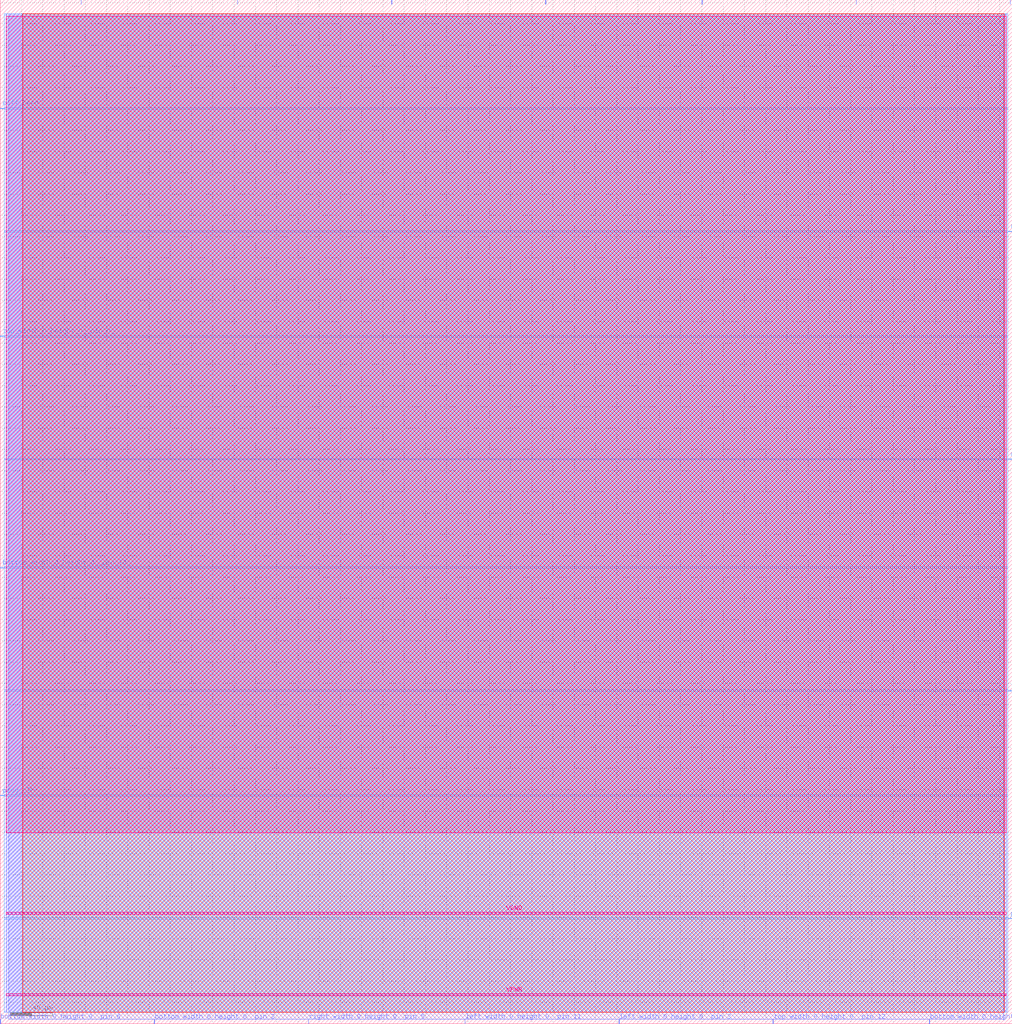
<source format=lef>
VERSION 5.7 ;
  NOWIREEXTENSIONATPIN ON ;
  DIVIDERCHAR "/" ;
  BUSBITCHARS "[]" ;
MACRO grid_clb
  CLASS BLOCK ;
  FOREIGN grid_clb ;
  ORIGIN 0.000 0.000 ;
  SIZE 951.940 BY 962.660 ;
  PIN bottom_width_0_height_0__pin_10_
    DIRECTION OUTPUT TRISTATE ;
    PORT
      LAYER met3 ;
        RECT 0.000 428.440 4.000 429.040 ;
    END
  END bottom_width_0_height_0__pin_10_
  PIN bottom_width_0_height_0__pin_14_
    DIRECTION INPUT ;
    PORT
      LAYER met2 ;
        RECT 874.090 0.000 874.370 4.000 ;
    END
  END bottom_width_0_height_0__pin_14_
  PIN bottom_width_0_height_0__pin_2_
    DIRECTION INPUT ;
    PORT
      LAYER met2 ;
        RECT 144.990 0.000 145.270 4.000 ;
    END
  END bottom_width_0_height_0__pin_2_
  PIN bottom_width_0_height_0__pin_6_
    DIRECTION INPUT ;
    PORT
      LAYER met2 ;
        RECT 0.090 0.000 0.370 4.000 ;
    END
  END bottom_width_0_height_0__pin_6_
  PIN ccff_head
    DIRECTION INPUT ;
    PORT
      LAYER met3 ;
        RECT 0.000 860.240 4.000 860.840 ;
    END
  END ccff_head
  PIN ccff_tail
    DIRECTION OUTPUT TRISTATE ;
    PORT
      LAYER met3 ;
        RECT 947.940 530.440 951.940 531.040 ;
    END
  END ccff_tail
  PIN clk
    DIRECTION INPUT ;
    PORT
      LAYER met2 ;
        RECT 949.990 958.660 950.270 962.660 ;
    END
  END clk
  PIN left_width_0_height_0__pin_11_
    DIRECTION OUTPUT TRISTATE ;
    PORT
      LAYER met2 ;
        RECT 437.090 0.000 437.370 4.000 ;
    END
  END left_width_0_height_0__pin_11_
  PIN left_width_0_height_0__pin_3_
    DIRECTION INPUT ;
    PORT
      LAYER met2 ;
        RECT 581.990 0.000 582.270 4.000 ;
    END
  END left_width_0_height_0__pin_3_
  PIN left_width_0_height_0__pin_7_
    DIRECTION INPUT ;
    PORT
      LAYER met2 ;
        RECT 512.990 958.660 513.270 962.660 ;
    END
  END left_width_0_height_0__pin_7_
  PIN pReset
    DIRECTION INPUT ;
    PORT
      LAYER met3 ;
        RECT 947.940 98.640 951.940 99.240 ;
    END
  END pReset
  PIN prog_clk
    DIRECTION INPUT ;
    PORT
      LAYER met3 ;
        RECT 0.000 214.240 4.000 214.840 ;
    END
  END prog_clk
  PIN reset
    DIRECTION INPUT ;
    PORT
      LAYER met2 ;
        RECT 805.090 958.660 805.370 962.660 ;
    END
  END reset
  PIN right_width_0_height_0__pin_13_
    DIRECTION OUTPUT TRISTATE ;
    PORT
      LAYER met3 ;
        RECT 947.940 744.640 951.940 745.240 ;
    END
  END right_width_0_height_0__pin_13_
  PIN right_width_0_height_0__pin_1_
    DIRECTION INPUT ;
    PORT
      LAYER met2 ;
        RECT 660.190 958.660 660.470 962.660 ;
    END
  END right_width_0_height_0__pin_1_
  PIN right_width_0_height_0__pin_5_
    DIRECTION INPUT ;
    PORT
      LAYER met2 ;
        RECT 289.890 0.000 290.170 4.000 ;
    END
  END right_width_0_height_0__pin_5_
  PIN right_width_0_height_0__pin_9_
    DIRECTION INPUT ;
    PORT
      LAYER met2 ;
        RECT 75.990 958.660 76.270 962.660 ;
    END
  END right_width_0_height_0__pin_9_
  PIN set
    DIRECTION INPUT ;
    PORT
      LAYER met2 ;
        RECT 368.090 958.660 368.370 962.660 ;
    END
  END set
  PIN top_width_0_height_0__pin_0_
    DIRECTION INPUT ;
    PORT
      LAYER met3 ;
        RECT 0.000 646.040 4.000 646.640 ;
    END
  END top_width_0_height_0__pin_0_
  PIN top_width_0_height_0__pin_12_
    DIRECTION OUTPUT TRISTATE ;
    PORT
      LAYER met2 ;
        RECT 726.890 0.000 727.170 4.000 ;
    END
  END top_width_0_height_0__pin_12_
  PIN top_width_0_height_0__pin_4_
    DIRECTION INPUT ;
    PORT
      LAYER met2 ;
        RECT 223.190 958.660 223.470 962.660 ;
    END
  END top_width_0_height_0__pin_4_
  PIN top_width_0_height_0__pin_8_
    DIRECTION INPUT ;
    PORT
      LAYER met3 ;
        RECT 947.940 312.840 951.940 313.440 ;
    END
  END top_width_0_height_0__pin_8_
  PIN VPWR
    DIRECTION INPUT ;
    USE POWER ;
    PORT
      LAYER met5 ;
        RECT 5.520 26.490 946.220 28.090 ;
    END
  END VPWR
  PIN VGND
    DIRECTION INPUT ;
    USE GROUND ;
    PORT
      LAYER met5 ;
        RECT 5.520 103.080 946.220 104.680 ;
    END
  END VGND
  OBS
      LAYER li1 ;
        RECT 5.520 10.795 946.220 949.365 ;
      LAYER met1 ;
        RECT 5.520 10.640 946.220 949.520 ;
      LAYER met2 ;
        RECT 7.910 4.280 944.180 949.520 ;
        RECT 7.910 4.000 144.710 4.280 ;
        RECT 145.550 4.000 289.610 4.280 ;
        RECT 290.450 4.000 436.810 4.280 ;
        RECT 437.650 4.000 581.710 4.280 ;
        RECT 582.550 4.000 726.610 4.280 ;
        RECT 727.450 4.000 873.810 4.280 ;
        RECT 874.650 4.000 944.180 4.280 ;
      LAYER met3 ;
        RECT 3.990 861.240 947.940 949.445 ;
        RECT 4.400 859.840 947.940 861.240 ;
        RECT 3.990 745.640 947.940 859.840 ;
        RECT 3.990 744.240 947.540 745.640 ;
        RECT 3.990 647.040 947.940 744.240 ;
        RECT 4.400 645.640 947.940 647.040 ;
        RECT 3.990 531.440 947.940 645.640 ;
        RECT 3.990 530.040 947.540 531.440 ;
        RECT 3.990 429.440 947.940 530.040 ;
        RECT 4.400 428.040 947.940 429.440 ;
        RECT 3.990 313.840 947.940 428.040 ;
        RECT 3.990 312.440 947.540 313.840 ;
        RECT 3.990 215.240 947.940 312.440 ;
        RECT 4.400 213.840 947.940 215.240 ;
        RECT 3.990 99.640 947.940 213.840 ;
        RECT 3.990 98.240 947.540 99.640 ;
        RECT 3.990 10.715 947.940 98.240 ;
      LAYER met4 ;
        RECT 21.040 10.640 944.240 949.520 ;
      LAYER met5 ;
        RECT 5.520 179.670 946.220 947.170 ;
  END
END grid_clb
END LIBRARY


</source>
